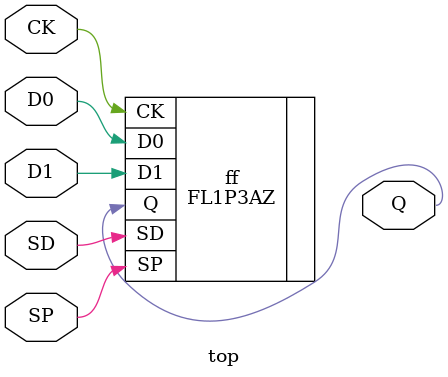
<source format=v>
module top(input CK, SD, SP, D0, D1, output Q);

FL1P3AZ ff(.CK(CK), .SD(SD), .SP(SP), .D0(D0), .D1(D1), .Q(Q));

endmodule

</source>
